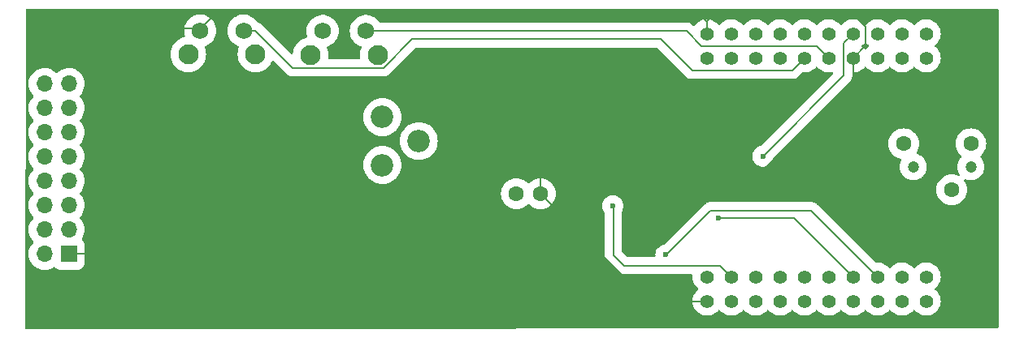
<source format=gbr>
%TF.GenerationSoftware,KiCad,Pcbnew,8.0.7*%
%TF.CreationDate,2025-01-11T10:05:48+01:00*%
%TF.ProjectId,ESP32_Audio_Spectrum_SSD1322,45535033-325f-4417-9564-696f5f537065,rev?*%
%TF.SameCoordinates,Original*%
%TF.FileFunction,Copper,L2,Bot*%
%TF.FilePolarity,Positive*%
%FSLAX46Y46*%
G04 Gerber Fmt 4.6, Leading zero omitted, Abs format (unit mm)*
G04 Created by KiCad (PCBNEW 8.0.7) date 2025-01-11 10:05:48*
%MOMM*%
%LPD*%
G01*
G04 APERTURE LIST*
%TA.AperFunction,ComponentPad*%
%ADD10C,2.100000*%
%TD*%
%TA.AperFunction,ComponentPad*%
%ADD11C,1.750000*%
%TD*%
%TA.AperFunction,ComponentPad*%
%ADD12C,1.200000*%
%TD*%
%TA.AperFunction,ComponentPad*%
%ADD13C,1.600000*%
%TD*%
%TA.AperFunction,ComponentPad*%
%ADD14C,2.340000*%
%TD*%
%TA.AperFunction,ComponentPad*%
%ADD15C,1.400000*%
%TD*%
%TA.AperFunction,ComponentPad*%
%ADD16R,1.700000X1.700000*%
%TD*%
%TA.AperFunction,ComponentPad*%
%ADD17O,1.700000X1.700000*%
%TD*%
%TA.AperFunction,ViaPad*%
%ADD18C,4.000000*%
%TD*%
%TA.AperFunction,ViaPad*%
%ADD19C,0.600000*%
%TD*%
%TA.AperFunction,Conductor*%
%ADD20C,0.200000*%
%TD*%
G04 APERTURE END LIST*
D10*
%TO.P,BAR MODE,*%
%TO.N,*%
X119965000Y-86230000D03*
X126975000Y-86230000D03*
D11*
%TO.P,BAR MODE,1,1*%
%TO.N,GNDREF*%
X121215000Y-83740000D03*
%TO.P,BAR MODE,2,2*%
%TO.N,BAR_MODE*%
X125715000Y-83740000D03*
%TD*%
D12*
%TO.P,JACK1,*%
%TO.N,*%
X201495000Y-97960000D03*
X195495000Y-97960000D03*
D13*
%TO.P,JACK1,2*%
%TO.N,Net-(JACK1-Pad2)*%
X199495000Y-100360000D03*
%TO.P,JACK1,3*%
%TO.N,GNDREF*%
X201495000Y-95560000D03*
%TO.P,JACK1,4*%
%TO.N,Net-(JACK1-Pad4)*%
X194495000Y-95560000D03*
%TD*%
D14*
%TO.P,RV1,1,1*%
%TO.N,GNDREF*%
X140190000Y-92780000D03*
%TO.P,RV1,2,2*%
%TO.N,SVP*%
X143990000Y-95280000D03*
%TO.P,RV1,3,3*%
%TO.N,Net-(R4-Pad2)*%
X140190000Y-97780000D03*
%TD*%
D15*
%TO.P,U1,1,GND*%
%TO.N,GNDREF*%
X173995000Y-112000000D03*
%TO.P,U1,2,RST*%
%TO.N,unconnected-(U1-RST-Pad2)*%
X173995000Y-109460000D03*
%TO.P,U1,3,NC*%
%TO.N,unconnected-(U1-NC-Pad3)*%
X176535000Y-112000000D03*
%TO.P,U1,4,IO_36/SVP/A0*%
%TO.N,SVP*%
X176535000Y-109460000D03*
%TO.P,U1,5,IO_39/SVN*%
%TO.N,unconnected-(U1-IO_39{slash}SVN-Pad5)*%
X179075000Y-112000000D03*
%TO.P,U1,6,IO_26/D0*%
%TO.N,unconnected-(U1-IO_26{slash}D0-Pad6)*%
X179075000Y-109460000D03*
%TO.P,U1,7,IO_35*%
%TO.N,unconnected-(U1-IO_35-Pad7)*%
X181615000Y-112000000D03*
%TO.P,U1,8,IO_18/D5*%
%TO.N,SCLK*%
X181615000Y-109460000D03*
%TO.P,U1,9,IO_33*%
%TO.N,unconnected-(U1-IO_33-Pad9)*%
X184155000Y-112000000D03*
%TO.P,U1,10,IO_19/D6*%
%TO.N,RST*%
X184155000Y-109460000D03*
%TO.P,U1,11,IO_34*%
%TO.N,unconnected-(U1-IO_34-Pad11)*%
X186695000Y-112000000D03*
%TO.P,U1,12,IO_23/D7*%
%TO.N,MOSI*%
X186695000Y-109460000D03*
%TO.P,U1,13,IO_14/TMS*%
%TO.N,unconnected-(U1-IO_14{slash}TMS-Pad13)*%
X189235000Y-112000000D03*
%TO.P,U1,14,IO_05/D8*%
%TO.N,DC*%
X189235000Y-109460000D03*
%TO.P,U1,15,NC*%
%TO.N,unconnected-(U1-NC-Pad15)*%
X191775000Y-112000000D03*
%TO.P,U1,16,3V3*%
%TO.N,3.3V*%
X191775000Y-109460000D03*
%TO.P,U1,17,IO_09/SD2*%
%TO.N,unconnected-(U1-IO_09{slash}SD2-Pad17)*%
X194315000Y-112000000D03*
%TO.P,U1,18,IO_13/TCK*%
%TO.N,unconnected-(U1-IO_13{slash}TCK-Pad18)*%
X194315000Y-109460000D03*
%TO.P,U1,19,CMD*%
%TO.N,unconnected-(U1-CMD-Pad19)*%
X196855000Y-112000000D03*
%TO.P,U1,20,IO_10/SD3*%
%TO.N,unconnected-(U1-IO_10{slash}SD3-Pad20)*%
X196855000Y-109460000D03*
%TO.P,U1,21,TXD*%
%TO.N,unconnected-(U1-TXD-Pad21)*%
X173995000Y-86600000D03*
%TO.P,U1,22,GND*%
%TO.N,GNDREF*%
X173995000Y-84060000D03*
%TO.P,U1,23,RXD*%
%TO.N,unconnected-(U1-RXD-Pad23)*%
X176535000Y-86600000D03*
%TO.P,U1,24,IO_27*%
%TO.N,unconnected-(U1-IO_27-Pad24)*%
X176535000Y-84060000D03*
%TO.P,U1,25,IO_22/D1/SCL*%
%TO.N,unconnected-(U1-IO_22{slash}D1{slash}SCL-Pad25)*%
X179075000Y-86600000D03*
%TO.P,U1,26,IO_25*%
%TO.N,unconnected-(U1-IO_25-Pad26)*%
X179075000Y-84060000D03*
%TO.P,U1,27,IO_21/D2/SDA*%
%TO.N,unconnected-(U1-IO_21{slash}D2{slash}SDA-Pad27)*%
X181615000Y-86600000D03*
%TO.P,U1,28,IO_32*%
%TO.N,unconnected-(U1-IO_32-Pad28)*%
X181615000Y-84060000D03*
%TO.P,U1,29,IO_17/D3*%
%TO.N,BAR_MODE*%
X184155000Y-86600000D03*
%TO.P,U1,30,IO_12/TDI*%
%TO.N,unconnected-(U1-IO_12{slash}TDI-Pad30)*%
X184155000Y-84060000D03*
%TO.P,U1,31,IO_16/D4*%
%TO.N,PEAK_MODE*%
X186695000Y-86600000D03*
%TO.P,U1,32,IO_04*%
%TO.N,unconnected-(U1-IO_04-Pad32)*%
X186695000Y-84060000D03*
%TO.P,U1,33,GND*%
%TO.N,GNDREF*%
X189235000Y-86600000D03*
%TO.P,U1,34,IO_00*%
%TO.N,CS*%
X189235000Y-84060000D03*
%TO.P,U1,35,VCC_(USB)*%
%TO.N,VCC*%
X191775000Y-86600000D03*
%TO.P,U1,36,IO_02*%
%TO.N,unconnected-(U1-IO_02-Pad36)*%
X191775000Y-84060000D03*
%TO.P,U1,37,TD0*%
%TO.N,unconnected-(U1-TD0-Pad37)*%
X194315000Y-86600000D03*
%TO.P,U1,38,SD1*%
%TO.N,unconnected-(U1-SD1-Pad38)*%
X194315000Y-84060000D03*
%TO.P,U1,39,SD0*%
%TO.N,unconnected-(U1-SD0-Pad39)*%
X196855000Y-86600000D03*
%TO.P,U1,40,CLK*%
%TO.N,unconnected-(U1-CLK-Pad40)*%
X196855000Y-84060000D03*
%TD*%
D13*
%TO.P,C2,1*%
%TO.N,VCC*%
X154155000Y-100770000D03*
%TO.P,C2,2*%
%TO.N,GNDREF*%
X156655000Y-100770000D03*
%TD*%
D10*
%TO.P,PEAK MODE,*%
%TO.N,*%
X132720000Y-86270000D03*
X139730000Y-86270000D03*
D11*
%TO.P,PEAK MODE,1,1*%
%TO.N,GNDREF*%
X133970000Y-83780000D03*
%TO.P,PEAK MODE,2,2*%
%TO.N,PEAK_MODE*%
X138470000Y-83780000D03*
%TD*%
D16*
%TO.P,J1,1,Pin_1*%
%TO.N,GNDREF*%
X107535000Y-107080000D03*
D17*
%TO.P,J1,2,Pin_2*%
%TO.N,3.3V*%
X104995000Y-107080000D03*
%TO.P,J1,3,Pin_3*%
%TO.N,unconnected-(J1-Pin_3-Pad3)*%
X107535000Y-104540000D03*
%TO.P,J1,4,Pin_4*%
%TO.N,SCLK*%
X104995000Y-104540000D03*
%TO.P,J1,5,Pin_5*%
%TO.N,MOSI*%
X107535000Y-102000000D03*
%TO.P,J1,6,Pin_6*%
%TO.N,unconnected-(J1-Pin_6-Pad6)*%
X104995000Y-102000000D03*
%TO.P,J1,7,Pin_7*%
%TO.N,unconnected-(J1-Pin_7-Pad7)*%
X107535000Y-99460000D03*
%TO.P,J1,8,Pin_8*%
%TO.N,unconnected-(J1-Pin_8-Pad8)*%
X104995000Y-99460000D03*
%TO.P,J1,9,Pin_9*%
%TO.N,unconnected-(J1-Pin_9-Pad9)*%
X107535000Y-96920000D03*
%TO.P,J1,10,Pin_10*%
%TO.N,unconnected-(J1-Pin_10-Pad10)*%
X104995000Y-96920000D03*
%TO.P,J1,11,Pin_11*%
%TO.N,unconnected-(J1-Pin_11-Pad11)*%
X107535000Y-94380000D03*
%TO.P,J1,12,Pin_12*%
%TO.N,unconnected-(J1-Pin_12-Pad12)*%
X104995000Y-94380000D03*
%TO.P,J1,13,Pin_13*%
%TO.N,unconnected-(J1-Pin_13-Pad13)*%
X107535000Y-91840000D03*
%TO.P,J1,14,Pin_14*%
%TO.N,DC*%
X104995000Y-91840000D03*
%TO.P,J1,15,Pin_15*%
%TO.N,RST*%
X107535000Y-89300000D03*
%TO.P,J1,16,Pin_16*%
%TO.N,CS*%
X104995000Y-89300000D03*
%TD*%
D18*
%TO.N,GNDREF*%
X201610000Y-84420000D03*
X105880000Y-84090000D03*
X201600000Y-112010000D03*
X105820000Y-112190000D03*
D19*
X157025000Y-87635000D03*
%TO.N,3.3V*%
X169735000Y-107160000D03*
%TO.N,CS*%
X179825000Y-96860000D03*
%TO.N,DC*%
X175215000Y-103340000D03*
%TO.N,SVP*%
X164205000Y-102050000D03*
%TD*%
D20*
%TO.N,GNDREF*%
X165880000Y-87635000D02*
X157025000Y-87635000D01*
X189235000Y-86600000D02*
X189235000Y-88910000D01*
X189385000Y-82210000D02*
X174515000Y-82210000D01*
X173995000Y-82730000D02*
X173995000Y-82860000D01*
X111665000Y-107080000D02*
X113055000Y-105690000D01*
X179745000Y-98400000D02*
X176645000Y-98400000D01*
X190545000Y-85290000D02*
X190545000Y-83370000D01*
X167885000Y-112000000D02*
X156655000Y-100770000D01*
X156655000Y-88005000D02*
X157025000Y-87635000D01*
X173995000Y-112000000D02*
X167885000Y-112000000D01*
X156655000Y-100770000D02*
X156655000Y-88005000D01*
X173995000Y-82860000D02*
X173995000Y-84060000D01*
X174515000Y-82210000D02*
X173995000Y-82730000D01*
X121245000Y-83470000D02*
X122755000Y-81960000D01*
X113055000Y-87110000D02*
X116695000Y-83470000D01*
X189235000Y-86600000D02*
X190545000Y-85290000D01*
X113055000Y-105690000D02*
X113055000Y-87110000D01*
X122755000Y-81960000D02*
X173095000Y-81960000D01*
X176645000Y-98400000D02*
X165880000Y-87635000D01*
X189235000Y-88910000D02*
X179745000Y-98400000D01*
X107535000Y-107080000D02*
X111665000Y-107080000D01*
X190545000Y-83370000D02*
X189385000Y-82210000D01*
X116695000Y-83470000D02*
X121245000Y-83470000D01*
X173095000Y-81960000D02*
X173995000Y-82860000D01*
%TO.N,3.3V*%
X184855000Y-102540000D02*
X191775000Y-109460000D01*
X169775000Y-107160000D02*
X174395000Y-102540000D01*
X174395000Y-102540000D02*
X184855000Y-102540000D01*
X169735000Y-107160000D02*
X169775000Y-107160000D01*
%TO.N,CS*%
X179825000Y-96860000D02*
X188235000Y-88450000D01*
X188235000Y-85060000D02*
X189235000Y-84060000D01*
X188235000Y-88450000D02*
X188235000Y-85060000D01*
%TO.N,DC*%
X175215000Y-103340000D02*
X183115000Y-103340000D01*
X183115000Y-103340000D02*
X189235000Y-109460000D01*
%TO.N,SVP*%
X165365000Y-108300000D02*
X164255000Y-107190000D01*
X164255000Y-102100000D02*
X164205000Y-102050000D01*
X176535000Y-109460000D02*
X175375000Y-108300000D01*
X164255000Y-107190000D02*
X164255000Y-102100000D01*
X175375000Y-108300000D02*
X165365000Y-108300000D01*
%TO.N,BAR_MODE*%
X172450000Y-87890000D02*
X169210000Y-84650000D01*
X184155000Y-86600000D02*
X182865000Y-87890000D01*
X169210000Y-84650000D02*
X143259189Y-84650000D01*
X130832436Y-87620000D02*
X126952436Y-83740000D01*
X140289189Y-87620000D02*
X130832436Y-87620000D01*
X126952436Y-83740000D02*
X125715000Y-83740000D01*
X143259189Y-84650000D02*
X140289189Y-87620000D01*
X182865000Y-87890000D02*
X172450000Y-87890000D01*
%TO.N,PEAK_MODE*%
X171870000Y-83780000D02*
X173420000Y-85330000D01*
X138470000Y-83780000D02*
X171870000Y-83780000D01*
X173420000Y-85330000D02*
X185425000Y-85330000D01*
X138770000Y-84170000D02*
X138470000Y-83870000D01*
X185425000Y-85330000D02*
X186695000Y-86600000D01*
%TD*%
%TA.AperFunction,Conductor*%
%TO.N,GNDREF*%
G36*
X190543495Y-84961099D02*
G01*
X190596228Y-84994988D01*
X190755256Y-85167738D01*
X190838008Y-85232147D01*
X190878821Y-85288857D01*
X190882496Y-85358630D01*
X190847864Y-85419313D01*
X190838014Y-85427848D01*
X190823908Y-85438828D01*
X190755255Y-85492262D01*
X190755252Y-85492265D01*
X190595889Y-85665379D01*
X190536002Y-85701370D01*
X190466164Y-85699269D01*
X190413431Y-85665379D01*
X190254407Y-85492635D01*
X190254397Y-85492626D01*
X190171584Y-85428170D01*
X190130771Y-85371460D01*
X190127096Y-85301687D01*
X190161728Y-85241004D01*
X190171571Y-85232473D01*
X190254744Y-85167738D01*
X190413771Y-84994988D01*
X190473657Y-84958999D01*
X190543495Y-84961099D01*
G37*
%TD.AperFunction*%
%TA.AperFunction,Conductor*%
G36*
X204337539Y-81480185D02*
G01*
X204383294Y-81532989D01*
X204394500Y-81584500D01*
X204394500Y-111286000D01*
X204385332Y-114696442D01*
X204365467Y-114763429D01*
X204312540Y-114809041D01*
X204261442Y-114820109D01*
X103119610Y-114909870D01*
X103052553Y-114890245D01*
X103006751Y-114837482D01*
X102995500Y-114785870D01*
X102995500Y-107284000D01*
X103043844Y-89300000D01*
X103339396Y-89300000D01*
X103359778Y-89558990D01*
X103420427Y-89811610D01*
X103519843Y-90051623D01*
X103519845Y-90051627D01*
X103519846Y-90051628D01*
X103655588Y-90273140D01*
X103824311Y-90470689D01*
X103830193Y-90475712D01*
X103868383Y-90534219D01*
X103868881Y-90604087D01*
X103831526Y-90663132D01*
X103830256Y-90664232D01*
X103824311Y-90669311D01*
X103824309Y-90669313D01*
X103655588Y-90866859D01*
X103519843Y-91088376D01*
X103420427Y-91328389D01*
X103359778Y-91581009D01*
X103339396Y-91840000D01*
X103359778Y-92098990D01*
X103420427Y-92351610D01*
X103519843Y-92591623D01*
X103519845Y-92591627D01*
X103519846Y-92591628D01*
X103655588Y-92813140D01*
X103824311Y-93010689D01*
X103830193Y-93015712D01*
X103868383Y-93074219D01*
X103868881Y-93144087D01*
X103831526Y-93203132D01*
X103830256Y-93204232D01*
X103824311Y-93209311D01*
X103824309Y-93209313D01*
X103655588Y-93406859D01*
X103519843Y-93628376D01*
X103420427Y-93868389D01*
X103359778Y-94121009D01*
X103339396Y-94380000D01*
X103359778Y-94638990D01*
X103420427Y-94891610D01*
X103519843Y-95131623D01*
X103519845Y-95131627D01*
X103519846Y-95131628D01*
X103655588Y-95353140D01*
X103824311Y-95550689D01*
X103830193Y-95555712D01*
X103868383Y-95614219D01*
X103868881Y-95684087D01*
X103831526Y-95743132D01*
X103830256Y-95744232D01*
X103824311Y-95749311D01*
X103824309Y-95749313D01*
X103655588Y-95946859D01*
X103519843Y-96168376D01*
X103420427Y-96408389D01*
X103359778Y-96661009D01*
X103339396Y-96920000D01*
X103359778Y-97178990D01*
X103420427Y-97431610D01*
X103519843Y-97671623D01*
X103519845Y-97671627D01*
X103519846Y-97671628D01*
X103655588Y-97893140D01*
X103824311Y-98090689D01*
X103830193Y-98095712D01*
X103868383Y-98154219D01*
X103868881Y-98224087D01*
X103831526Y-98283132D01*
X103830256Y-98284232D01*
X103825900Y-98287954D01*
X103824309Y-98289313D01*
X103655588Y-98486859D01*
X103519843Y-98708376D01*
X103420427Y-98948389D01*
X103359778Y-99201009D01*
X103339396Y-99460000D01*
X103359778Y-99718990D01*
X103420427Y-99971610D01*
X103519843Y-100211623D01*
X103519845Y-100211627D01*
X103519846Y-100211628D01*
X103655588Y-100433140D01*
X103824311Y-100630689D01*
X103830193Y-100635712D01*
X103868383Y-100694219D01*
X103868881Y-100764087D01*
X103831526Y-100823132D01*
X103830256Y-100824232D01*
X103824311Y-100829311D01*
X103824309Y-100829313D01*
X103655588Y-101026859D01*
X103519843Y-101248376D01*
X103420427Y-101488389D01*
X103359778Y-101741009D01*
X103339396Y-102000000D01*
X103359778Y-102258990D01*
X103420427Y-102511610D01*
X103519843Y-102751623D01*
X103519845Y-102751627D01*
X103519846Y-102751628D01*
X103655588Y-102973140D01*
X103824311Y-103170689D01*
X103830193Y-103175712D01*
X103868383Y-103234219D01*
X103868881Y-103304087D01*
X103831526Y-103363132D01*
X103830256Y-103364232D01*
X103824311Y-103369311D01*
X103824309Y-103369313D01*
X103655588Y-103566859D01*
X103519843Y-103788376D01*
X103420427Y-104028389D01*
X103359778Y-104281009D01*
X103339396Y-104540000D01*
X103359778Y-104798990D01*
X103420427Y-105051610D01*
X103519843Y-105291623D01*
X103519845Y-105291627D01*
X103519846Y-105291628D01*
X103655588Y-105513140D01*
X103824311Y-105710689D01*
X103830193Y-105715712D01*
X103868383Y-105774219D01*
X103868881Y-105844087D01*
X103831526Y-105903132D01*
X103830256Y-105904232D01*
X103824311Y-105909311D01*
X103824309Y-105909313D01*
X103655588Y-106106859D01*
X103519843Y-106328376D01*
X103420427Y-106568389D01*
X103359778Y-106821009D01*
X103339396Y-107080000D01*
X103359778Y-107338990D01*
X103420427Y-107591610D01*
X103519843Y-107831623D01*
X103519845Y-107831627D01*
X103519846Y-107831628D01*
X103655588Y-108053140D01*
X103824311Y-108250689D01*
X104021860Y-108419412D01*
X104243372Y-108555154D01*
X104243374Y-108555154D01*
X104243376Y-108555156D01*
X104304693Y-108580554D01*
X104483390Y-108654573D01*
X104736006Y-108715221D01*
X104995000Y-108735604D01*
X105253994Y-108715221D01*
X105506610Y-108654573D01*
X105746628Y-108555154D01*
X105931234Y-108442027D01*
X105998679Y-108423784D01*
X106065282Y-108444901D01*
X106083704Y-108460075D01*
X106183051Y-108559422D01*
X106335698Y-108655336D01*
X106505858Y-108714877D01*
X106640069Y-108729999D01*
X106640070Y-108730000D01*
X108429930Y-108730000D01*
X108429930Y-108729999D01*
X108564141Y-108714877D01*
X108734301Y-108655336D01*
X108886948Y-108559422D01*
X109014422Y-108431948D01*
X109110336Y-108279301D01*
X109169877Y-108109141D01*
X109184999Y-107974930D01*
X109185000Y-107974930D01*
X109185000Y-106185070D01*
X109184999Y-106185069D01*
X109169877Y-106050858D01*
X109110336Y-105880698D01*
X109014422Y-105728051D01*
X108915075Y-105628704D01*
X108881590Y-105567381D01*
X108886574Y-105497689D01*
X108897025Y-105476237D01*
X109010154Y-105291628D01*
X109109573Y-105051610D01*
X109170221Y-104798994D01*
X109190604Y-104540000D01*
X109170221Y-104281006D01*
X109109573Y-104028390D01*
X109010154Y-103788372D01*
X108874412Y-103566860D01*
X108705689Y-103369311D01*
X108699809Y-103364289D01*
X108661617Y-103305787D01*
X108661116Y-103235919D01*
X108698468Y-103176872D01*
X108699702Y-103175802D01*
X108705689Y-103170689D01*
X108874412Y-102973140D01*
X109010154Y-102751628D01*
X109109573Y-102511610D01*
X109170221Y-102258994D01*
X109190604Y-102000000D01*
X109170221Y-101741006D01*
X109109573Y-101488390D01*
X109033055Y-101303659D01*
X109010156Y-101248376D01*
X108960913Y-101168019D01*
X108874412Y-101026860D01*
X108705689Y-100829311D01*
X108699809Y-100824289D01*
X108664367Y-100770000D01*
X152549551Y-100770000D01*
X152569317Y-101021151D01*
X152628126Y-101266110D01*
X152724533Y-101498859D01*
X152856160Y-101713653D01*
X152856161Y-101713656D01*
X152880358Y-101741987D01*
X153019776Y-101905224D01*
X153168066Y-102031875D01*
X153211343Y-102068838D01*
X153211346Y-102068839D01*
X153426140Y-102200466D01*
X153657737Y-102296396D01*
X153658889Y-102296873D01*
X153903852Y-102355683D01*
X154155000Y-102375449D01*
X154406148Y-102355683D01*
X154651111Y-102296873D01*
X154883859Y-102200466D01*
X155098659Y-102068836D01*
X155290224Y-101905224D01*
X155311039Y-101880852D01*
X155369544Y-101842661D01*
X155439412Y-101842161D01*
X155498458Y-101879515D01*
X155499618Y-101880853D01*
X155520130Y-101904869D01*
X155711632Y-102068428D01*
X155711637Y-102068431D01*
X155926368Y-102200019D01*
X156159043Y-102296396D01*
X156403927Y-102355187D01*
X156655000Y-102374947D01*
X156906072Y-102355187D01*
X157150956Y-102296396D01*
X157383631Y-102200019D01*
X157598362Y-102068431D01*
X157598367Y-102068428D01*
X157619944Y-102049999D01*
X163099785Y-102049999D01*
X163099785Y-102050000D01*
X163118602Y-102253082D01*
X163174417Y-102449247D01*
X163174422Y-102449260D01*
X163205469Y-102511610D01*
X163265327Y-102631821D01*
X163329454Y-102716739D01*
X163354146Y-102782099D01*
X163354500Y-102791465D01*
X163354500Y-107278696D01*
X163389103Y-107452658D01*
X163389105Y-107452666D01*
X163419275Y-107525502D01*
X163456984Y-107616542D01*
X163456985Y-107616543D01*
X163456987Y-107616547D01*
X163506484Y-107690623D01*
X163506484Y-107690624D01*
X163555537Y-107764038D01*
X164790961Y-108999462D01*
X164790964Y-108999464D01*
X164841833Y-109033453D01*
X164938453Y-109098013D01*
X165020393Y-109131953D01*
X165102334Y-109165895D01*
X165276303Y-109200499D01*
X165276307Y-109200500D01*
X165276308Y-109200500D01*
X165276309Y-109200500D01*
X172376160Y-109200500D01*
X172443199Y-109220185D01*
X172488954Y-109272989D01*
X172499736Y-109334740D01*
X172489357Y-109459994D01*
X172489357Y-109460005D01*
X172509890Y-109707812D01*
X172509892Y-109707824D01*
X172570936Y-109948881D01*
X172670826Y-110176606D01*
X172806833Y-110384782D01*
X172806836Y-110384785D01*
X172975256Y-110567738D01*
X172975259Y-110567740D01*
X172975262Y-110567743D01*
X173058415Y-110632464D01*
X173099228Y-110689174D01*
X173102903Y-110758947D01*
X173068271Y-110819630D01*
X173058416Y-110828170D01*
X172975597Y-110892630D01*
X172975592Y-110892635D01*
X172807232Y-111075521D01*
X172671267Y-111283632D01*
X172571412Y-111511282D01*
X172510387Y-111752261D01*
X172510385Y-111752270D01*
X172489859Y-111999994D01*
X172489859Y-112000005D01*
X172510385Y-112247729D01*
X172510387Y-112247738D01*
X172571412Y-112488717D01*
X172671267Y-112716367D01*
X172807232Y-112924478D01*
X172975592Y-113107364D01*
X172975602Y-113107373D01*
X173171762Y-113260051D01*
X173171771Y-113260057D01*
X173390385Y-113378364D01*
X173390396Y-113378369D01*
X173625506Y-113459083D01*
X173870707Y-113500000D01*
X174119293Y-113500000D01*
X174364493Y-113459083D01*
X174599603Y-113378369D01*
X174599614Y-113378364D01*
X174818228Y-113260057D01*
X174818237Y-113260051D01*
X175014397Y-113107373D01*
X175014401Y-113107370D01*
X175173430Y-112934620D01*
X175233318Y-112898629D01*
X175303156Y-112900730D01*
X175355889Y-112934619D01*
X175515256Y-113107738D01*
X175711491Y-113260474D01*
X175711493Y-113260475D01*
X175929332Y-113378364D01*
X175930190Y-113378828D01*
X176149141Y-113453994D01*
X176163964Y-113459083D01*
X176165386Y-113459571D01*
X176410665Y-113500500D01*
X176659335Y-113500500D01*
X176904614Y-113459571D01*
X177139810Y-113378828D01*
X177358509Y-113260474D01*
X177554744Y-113107738D01*
X177713771Y-112934988D01*
X177773657Y-112898999D01*
X177843495Y-112901099D01*
X177896228Y-112934988D01*
X178055256Y-113107738D01*
X178251491Y-113260474D01*
X178251493Y-113260475D01*
X178469332Y-113378364D01*
X178470190Y-113378828D01*
X178689141Y-113453994D01*
X178703964Y-113459083D01*
X178705386Y-113459571D01*
X178950665Y-113500500D01*
X179199335Y-113500500D01*
X179444614Y-113459571D01*
X179679810Y-113378828D01*
X179898509Y-113260474D01*
X180094744Y-113107738D01*
X180253771Y-112934988D01*
X180313657Y-112898999D01*
X180383495Y-112901099D01*
X180436228Y-112934988D01*
X180595256Y-113107738D01*
X180791491Y-113260474D01*
X180791493Y-113260475D01*
X181009332Y-113378364D01*
X181010190Y-113378828D01*
X181229141Y-113453994D01*
X181243964Y-113459083D01*
X181245386Y-113459571D01*
X181490665Y-113500500D01*
X181739335Y-113500500D01*
X181984614Y-113459571D01*
X182219810Y-113378828D01*
X182438509Y-113260474D01*
X182634744Y-113107738D01*
X182793771Y-112934988D01*
X182853657Y-112898999D01*
X182923495Y-112901099D01*
X182976228Y-112934988D01*
X183135256Y-113107738D01*
X183331491Y-113260474D01*
X183331493Y-113260475D01*
X183549332Y-113378364D01*
X183550190Y-113378828D01*
X183769141Y-113453994D01*
X183783964Y-113459083D01*
X183785386Y-113459571D01*
X184030665Y-113500500D01*
X184279335Y-113500500D01*
X184524614Y-113459571D01*
X184759810Y-113378828D01*
X184978509Y-113260474D01*
X185174744Y-113107738D01*
X185333771Y-112934988D01*
X185393657Y-112898999D01*
X185463495Y-112901099D01*
X185516228Y-112934988D01*
X185675256Y-113107738D01*
X185871491Y-113260474D01*
X185871493Y-113260475D01*
X186089332Y-113378364D01*
X186090190Y-113378828D01*
X186309141Y-113453994D01*
X186323964Y-113459083D01*
X186325386Y-113459571D01*
X186570665Y-113500500D01*
X186819335Y-113500500D01*
X187064614Y-113459571D01*
X187299810Y-113378828D01*
X187518509Y-113260474D01*
X187714744Y-113107738D01*
X187873771Y-112934988D01*
X187933657Y-112898999D01*
X188003495Y-112901099D01*
X188056228Y-112934988D01*
X188215256Y-113107738D01*
X188411491Y-113260474D01*
X188411493Y-113260475D01*
X188629332Y-113378364D01*
X188630190Y-113378828D01*
X188849141Y-113453994D01*
X188863964Y-113459083D01*
X188865386Y-113459571D01*
X189110665Y-113500500D01*
X189359335Y-113500500D01*
X189604614Y-113459571D01*
X189839810Y-113378828D01*
X190058509Y-113260474D01*
X190254744Y-113107738D01*
X190413771Y-112934988D01*
X190473657Y-112898999D01*
X190543495Y-112901099D01*
X190596228Y-112934988D01*
X190755256Y-113107738D01*
X190951491Y-113260474D01*
X190951493Y-113260475D01*
X191169332Y-113378364D01*
X191170190Y-113378828D01*
X191389141Y-113453994D01*
X191403964Y-113459083D01*
X191405386Y-113459571D01*
X191650665Y-113500500D01*
X191899335Y-113500500D01*
X192144614Y-113459571D01*
X192379810Y-113378828D01*
X192598509Y-113260474D01*
X192794744Y-113107738D01*
X192953771Y-112934988D01*
X193013657Y-112898999D01*
X193083495Y-112901099D01*
X193136228Y-112934988D01*
X193295256Y-113107738D01*
X193491491Y-113260474D01*
X193491493Y-113260475D01*
X193709332Y-113378364D01*
X193710190Y-113378828D01*
X193929141Y-113453994D01*
X193943964Y-113459083D01*
X193945386Y-113459571D01*
X194190665Y-113500500D01*
X194439335Y-113500500D01*
X194684614Y-113459571D01*
X194919810Y-113378828D01*
X195138509Y-113260474D01*
X195334744Y-113107738D01*
X195493771Y-112934988D01*
X195553657Y-112898999D01*
X195623495Y-112901099D01*
X195676228Y-112934988D01*
X195835256Y-113107738D01*
X196031491Y-113260474D01*
X196031493Y-113260475D01*
X196249332Y-113378364D01*
X196250190Y-113378828D01*
X196469141Y-113453994D01*
X196483964Y-113459083D01*
X196485386Y-113459571D01*
X196730665Y-113500500D01*
X196979335Y-113500500D01*
X197224614Y-113459571D01*
X197459810Y-113378828D01*
X197678509Y-113260474D01*
X197874744Y-113107738D01*
X198043164Y-112924785D01*
X198179173Y-112716607D01*
X198279063Y-112488881D01*
X198340108Y-112247821D01*
X198360643Y-112000000D01*
X198340108Y-111752179D01*
X198340107Y-111752175D01*
X198279063Y-111511118D01*
X198179173Y-111283393D01*
X198043166Y-111075217D01*
X197937561Y-110960500D01*
X197874744Y-110892262D01*
X197791991Y-110827852D01*
X197751179Y-110771143D01*
X197747504Y-110701370D01*
X197782136Y-110640687D01*
X197791985Y-110632151D01*
X197874744Y-110567738D01*
X198043164Y-110384785D01*
X198179173Y-110176607D01*
X198279063Y-109948881D01*
X198340108Y-109707821D01*
X198360643Y-109460000D01*
X198340771Y-109220185D01*
X198340109Y-109212187D01*
X198340107Y-109212175D01*
X198279063Y-108971118D01*
X198179173Y-108743393D01*
X198043166Y-108535217D01*
X198021557Y-108511744D01*
X197874744Y-108352262D01*
X197678509Y-108199526D01*
X197678507Y-108199525D01*
X197678506Y-108199524D01*
X197459811Y-108081172D01*
X197459802Y-108081169D01*
X197224616Y-108000429D01*
X196979335Y-107959500D01*
X196730665Y-107959500D01*
X196485383Y-108000429D01*
X196250197Y-108081169D01*
X196250188Y-108081172D01*
X196031493Y-108199524D01*
X195835257Y-108352261D01*
X195676230Y-108525010D01*
X195616342Y-108561001D01*
X195546504Y-108558900D01*
X195493770Y-108525010D01*
X195408100Y-108431948D01*
X195334744Y-108352262D01*
X195138509Y-108199526D01*
X195138507Y-108199525D01*
X195138506Y-108199524D01*
X194919811Y-108081172D01*
X194919802Y-108081169D01*
X194684616Y-108000429D01*
X194439335Y-107959500D01*
X194190665Y-107959500D01*
X193945383Y-108000429D01*
X193710197Y-108081169D01*
X193710188Y-108081172D01*
X193491493Y-108199524D01*
X193295257Y-108352261D01*
X193136230Y-108525010D01*
X193076342Y-108561001D01*
X193006504Y-108558900D01*
X192953770Y-108525010D01*
X192868100Y-108431948D01*
X192794744Y-108352262D01*
X192598509Y-108199526D01*
X192598507Y-108199525D01*
X192598506Y-108199524D01*
X192379811Y-108081172D01*
X192379802Y-108081169D01*
X192144616Y-108000429D01*
X191899335Y-107959500D01*
X191650665Y-107959500D01*
X191625637Y-107963676D01*
X191556272Y-107955293D01*
X191517548Y-107929048D01*
X185429039Y-101840538D01*
X185429038Y-101840537D01*
X185408997Y-101827146D01*
X185349413Y-101787334D01*
X185349411Y-101787333D01*
X185349411Y-101787332D01*
X185281544Y-101741985D01*
X185281542Y-101741984D01*
X185199607Y-101708046D01*
X185199606Y-101708046D01*
X185117666Y-101674105D01*
X185117658Y-101674103D01*
X184943696Y-101639500D01*
X184943692Y-101639500D01*
X184943691Y-101639500D01*
X174483692Y-101639500D01*
X174306309Y-101639500D01*
X174306304Y-101639500D01*
X174132339Y-101674103D01*
X174132323Y-101674108D01*
X174016453Y-101722102D01*
X174016454Y-101722103D01*
X173968450Y-101741988D01*
X173940748Y-101760499D01*
X173940747Y-101760500D01*
X173820965Y-101840535D01*
X173820961Y-101840538D01*
X169622019Y-106039479D01*
X169560696Y-106072964D01*
X169557125Y-106073686D01*
X169432544Y-106096975D01*
X169242364Y-106170651D01*
X169242357Y-106170655D01*
X169068960Y-106278017D01*
X169068958Y-106278019D01*
X168918237Y-106415418D01*
X168795327Y-106578178D01*
X168704422Y-106760739D01*
X168704417Y-106760752D01*
X168648602Y-106956917D01*
X168629785Y-107159999D01*
X168629785Y-107160001D01*
X168639427Y-107264059D01*
X168626012Y-107332629D01*
X168577655Y-107383061D01*
X168515956Y-107399500D01*
X165789362Y-107399500D01*
X165722323Y-107379815D01*
X165701681Y-107363181D01*
X165191819Y-106853319D01*
X165158334Y-106791996D01*
X165155500Y-106765638D01*
X165155500Y-102639240D01*
X165168499Y-102583970D01*
X165235582Y-102449250D01*
X165291397Y-102253083D01*
X165310215Y-102050000D01*
X165291397Y-101846917D01*
X165235582Y-101650750D01*
X165229980Y-101639500D01*
X165191272Y-101561764D01*
X165144673Y-101468179D01*
X165021764Y-101305421D01*
X165021762Y-101305418D01*
X164871041Y-101168019D01*
X164871039Y-101168017D01*
X164697642Y-101060655D01*
X164697635Y-101060651D01*
X164595665Y-101021148D01*
X164507456Y-100986976D01*
X164306976Y-100949500D01*
X164103024Y-100949500D01*
X163902544Y-100986976D01*
X163902541Y-100986976D01*
X163902541Y-100986977D01*
X163712364Y-101060651D01*
X163712357Y-101060655D01*
X163538960Y-101168017D01*
X163538958Y-101168019D01*
X163388237Y-101305418D01*
X163265327Y-101468178D01*
X163174422Y-101650739D01*
X163174417Y-101650752D01*
X163118602Y-101846917D01*
X163099785Y-102049999D01*
X157619944Y-102049999D01*
X157789869Y-101904869D01*
X157953428Y-101713367D01*
X157953431Y-101713362D01*
X158085019Y-101498631D01*
X158181396Y-101265956D01*
X158240187Y-101021072D01*
X158259947Y-100770000D01*
X158240187Y-100518927D01*
X158202032Y-100360000D01*
X197889551Y-100360000D01*
X197909317Y-100611151D01*
X197968126Y-100856110D01*
X198064533Y-101088859D01*
X198196160Y-101303653D01*
X198196161Y-101303656D01*
X198251604Y-101368571D01*
X198359776Y-101495224D01*
X198508066Y-101621875D01*
X198551343Y-101658838D01*
X198551346Y-101658839D01*
X198766140Y-101790466D01*
X198890944Y-101842161D01*
X198998889Y-101886873D01*
X199243852Y-101945683D01*
X199495000Y-101965449D01*
X199746148Y-101945683D01*
X199991111Y-101886873D01*
X200223859Y-101790466D01*
X200438659Y-101658836D01*
X200630224Y-101495224D01*
X200793836Y-101303659D01*
X200925466Y-101088859D01*
X201021873Y-100856111D01*
X201080683Y-100611148D01*
X201100449Y-100360000D01*
X201080683Y-100108852D01*
X201021873Y-99863889D01*
X200961854Y-99718990D01*
X200925466Y-99631140D01*
X200807474Y-99438596D01*
X200789229Y-99371150D01*
X200810345Y-99304548D01*
X200864117Y-99259934D01*
X200933473Y-99251474D01*
X200952579Y-99256936D01*
X200952758Y-99256388D01*
X200957389Y-99257892D01*
X200957394Y-99257895D01*
X201050385Y-99288108D01*
X201052089Y-99288678D01*
X201150013Y-99322296D01*
X201150019Y-99322298D01*
X201152387Y-99322693D01*
X201162258Y-99325105D01*
X201162313Y-99324877D01*
X201167034Y-99326010D01*
X201167049Y-99326015D01*
X201269798Y-99342288D01*
X201270607Y-99342420D01*
X201378951Y-99360500D01*
X201378956Y-99360500D01*
X201611044Y-99360500D01*
X201611049Y-99360500D01*
X201719678Y-99342372D01*
X201719970Y-99342324D01*
X201822951Y-99326015D01*
X201822956Y-99326013D01*
X201827689Y-99324877D01*
X201827744Y-99325109D01*
X201837621Y-99322691D01*
X201839981Y-99322298D01*
X201937838Y-99288702D01*
X201939683Y-99288085D01*
X202032606Y-99257895D01*
X202035199Y-99256573D01*
X202051249Y-99249769D01*
X202059503Y-99246936D01*
X202144988Y-99200673D01*
X202147634Y-99199284D01*
X202229022Y-99157815D01*
X202236495Y-99152385D01*
X202250379Y-99143637D01*
X202263626Y-99136470D01*
X202335329Y-99080660D01*
X202338559Y-99078231D01*
X202407365Y-99028242D01*
X202407371Y-99028236D01*
X202418375Y-99017232D01*
X202429899Y-99007055D01*
X202446779Y-98993917D01*
X202446779Y-98993916D01*
X202446784Y-98993913D01*
X202504065Y-98931687D01*
X202507543Y-98928062D01*
X202563242Y-98872365D01*
X202576117Y-98854641D01*
X202585199Y-98843552D01*
X202603979Y-98823153D01*
X202646773Y-98757649D01*
X202650252Y-98752605D01*
X202692813Y-98694025D01*
X202692813Y-98694024D01*
X202692815Y-98694022D01*
X202705629Y-98668872D01*
X202712305Y-98657346D01*
X202730924Y-98628849D01*
X202759818Y-98562974D01*
X202762869Y-98556533D01*
X202792895Y-98497606D01*
X202803574Y-98464737D01*
X202807943Y-98453263D01*
X202824157Y-98416299D01*
X202840265Y-98352690D01*
X202842540Y-98344810D01*
X202845219Y-98336565D01*
X202861015Y-98287951D01*
X202867407Y-98247584D01*
X202869666Y-98236586D01*
X202881134Y-98191305D01*
X202886034Y-98132165D01*
X202887133Y-98123045D01*
X202895500Y-98070222D01*
X202895500Y-98023051D01*
X202895924Y-98012810D01*
X202900300Y-97960004D01*
X202895923Y-97907175D01*
X202895500Y-97896936D01*
X202895500Y-97849780D01*
X202895500Y-97849778D01*
X202887133Y-97796950D01*
X202886034Y-97787832D01*
X202881134Y-97728695D01*
X202869668Y-97683421D01*
X202867407Y-97672414D01*
X202861015Y-97632049D01*
X202842536Y-97575177D01*
X202840266Y-97567314D01*
X202824157Y-97503701D01*
X202824156Y-97503697D01*
X202807944Y-97466737D01*
X202803569Y-97455246D01*
X202795889Y-97431610D01*
X202792895Y-97422394D01*
X202762871Y-97363470D01*
X202759814Y-97357014D01*
X202759811Y-97357008D01*
X202730924Y-97291151D01*
X202712299Y-97262643D01*
X202705626Y-97251122D01*
X202697628Y-97235425D01*
X202692815Y-97225978D01*
X202650238Y-97167376D01*
X202646766Y-97162338D01*
X202603978Y-97096845D01*
X202585206Y-97076454D01*
X202576119Y-97065359D01*
X202563242Y-97047635D01*
X202507590Y-96991983D01*
X202504044Y-96988288D01*
X202495379Y-96978876D01*
X202464455Y-96916223D01*
X202472312Y-96846796D01*
X202506075Y-96800599D01*
X202629870Y-96694869D01*
X202793428Y-96503367D01*
X202793431Y-96503362D01*
X202925019Y-96288631D01*
X203021396Y-96055956D01*
X203080187Y-95811072D01*
X203099947Y-95560000D01*
X203080187Y-95308927D01*
X203021396Y-95064043D01*
X202925019Y-94831368D01*
X202793431Y-94616637D01*
X202793428Y-94616632D01*
X202629869Y-94425130D01*
X202438367Y-94261571D01*
X202438362Y-94261568D01*
X202223631Y-94129980D01*
X201990956Y-94033603D01*
X201746072Y-93974812D01*
X201495000Y-93955052D01*
X201243927Y-93974812D01*
X200999043Y-94033603D01*
X200766368Y-94129980D01*
X200551637Y-94261568D01*
X200551632Y-94261571D01*
X200360130Y-94425130D01*
X200196571Y-94616632D01*
X200196568Y-94616637D01*
X200064980Y-94831368D01*
X199968603Y-95064043D01*
X199909812Y-95308927D01*
X199890052Y-95560000D01*
X199909812Y-95811072D01*
X199968603Y-96055956D01*
X200064980Y-96288631D01*
X200196568Y-96503362D01*
X200196571Y-96503367D01*
X200360132Y-96694872D01*
X200483924Y-96800600D01*
X200522118Y-96859106D01*
X200522617Y-96928974D01*
X200494620Y-96978876D01*
X200485967Y-96988275D01*
X200482423Y-96991969D01*
X200426759Y-97047634D01*
X200413880Y-97065359D01*
X200404801Y-97076444D01*
X200386025Y-97096841D01*
X200386018Y-97096850D01*
X200343230Y-97162341D01*
X200339743Y-97167400D01*
X200297186Y-97225976D01*
X200297184Y-97225980D01*
X200284369Y-97251128D01*
X200277699Y-97262643D01*
X200259081Y-97291141D01*
X200259073Y-97291156D01*
X200230186Y-97357009D01*
X200227117Y-97363489D01*
X200197108Y-97422384D01*
X200197103Y-97422397D01*
X200186429Y-97455248D01*
X200182056Y-97466734D01*
X200165845Y-97503691D01*
X200165844Y-97503694D01*
X200149735Y-97567305D01*
X200147462Y-97575177D01*
X200128986Y-97632042D01*
X200128985Y-97632049D01*
X200122594Y-97672394D01*
X200120327Y-97683429D01*
X200108867Y-97728687D01*
X200108865Y-97728699D01*
X200103967Y-97787798D01*
X200102865Y-97796950D01*
X200094500Y-97849775D01*
X200094500Y-97896936D01*
X200094077Y-97907174D01*
X200089700Y-97960004D01*
X200094076Y-98012810D01*
X200094500Y-98023051D01*
X200094500Y-98070223D01*
X200102865Y-98123047D01*
X200103967Y-98132200D01*
X200108865Y-98191303D01*
X200120328Y-98236569D01*
X200122595Y-98247609D01*
X200128985Y-98287953D01*
X200147460Y-98344813D01*
X200149734Y-98352689D01*
X200165843Y-98416300D01*
X200182057Y-98453268D01*
X200186429Y-98464752D01*
X200197103Y-98497602D01*
X200197104Y-98497605D01*
X200227116Y-98556507D01*
X200230186Y-98562990D01*
X200259073Y-98628845D01*
X200277697Y-98657351D01*
X200284370Y-98668872D01*
X200297185Y-98694022D01*
X200315091Y-98718668D01*
X200338571Y-98784473D01*
X200322746Y-98852527D01*
X200272641Y-98901222D01*
X200204163Y-98915098D01*
X200167321Y-98906114D01*
X199991113Y-98833127D01*
X199746151Y-98774317D01*
X199495000Y-98754551D01*
X199243848Y-98774317D01*
X198998889Y-98833126D01*
X198766140Y-98929533D01*
X198551346Y-99061160D01*
X198551343Y-99061161D01*
X198359776Y-99224776D01*
X198196161Y-99416343D01*
X198196160Y-99416346D01*
X198064533Y-99631140D01*
X197968126Y-99863889D01*
X197909317Y-100108848D01*
X197889551Y-100360000D01*
X158202032Y-100360000D01*
X158181396Y-100274043D01*
X158085019Y-100041368D01*
X157953431Y-99826637D01*
X157953428Y-99826632D01*
X157789869Y-99635130D01*
X157598367Y-99471571D01*
X157598362Y-99471568D01*
X157383631Y-99339980D01*
X157150956Y-99243603D01*
X156906072Y-99184812D01*
X156655000Y-99165052D01*
X156403927Y-99184812D01*
X156159043Y-99243603D01*
X155926368Y-99339980D01*
X155711637Y-99471568D01*
X155711632Y-99471571D01*
X155520130Y-99635130D01*
X155520128Y-99635132D01*
X155499616Y-99659148D01*
X155441108Y-99697339D01*
X155371240Y-99697837D01*
X155312194Y-99660482D01*
X155311114Y-99659236D01*
X155290224Y-99634776D01*
X155099136Y-99471571D01*
X155098656Y-99471161D01*
X155098653Y-99471160D01*
X154883859Y-99339533D01*
X154651110Y-99243126D01*
X154406151Y-99184317D01*
X154155000Y-99164551D01*
X153903848Y-99184317D01*
X153658889Y-99243126D01*
X153426140Y-99339533D01*
X153211346Y-99471160D01*
X153211343Y-99471161D01*
X153019776Y-99634776D01*
X152856161Y-99826343D01*
X152856160Y-99826346D01*
X152724533Y-100041140D01*
X152628126Y-100273889D01*
X152569317Y-100518848D01*
X152549551Y-100770000D01*
X108664367Y-100770000D01*
X108661617Y-100765787D01*
X108661116Y-100695919D01*
X108698468Y-100636872D01*
X108699702Y-100635802D01*
X108705689Y-100630689D01*
X108874412Y-100433140D01*
X109010154Y-100211628D01*
X109109573Y-99971610D01*
X109170221Y-99718994D01*
X109190604Y-99460000D01*
X109170221Y-99201006D01*
X109109573Y-98948390D01*
X109037469Y-98774317D01*
X109010156Y-98708376D01*
X109001361Y-98694024D01*
X108874412Y-98486860D01*
X108705689Y-98289311D01*
X108699809Y-98284289D01*
X108661617Y-98225787D01*
X108661116Y-98155919D01*
X108698468Y-98096872D01*
X108699702Y-98095802D01*
X108705689Y-98090689D01*
X108874412Y-97893140D01*
X108943745Y-97779998D01*
X138214467Y-97779998D01*
X138214467Y-97780001D01*
X138234575Y-98061153D01*
X138284209Y-98289313D01*
X138294490Y-98336572D01*
X138350544Y-98486859D01*
X138392992Y-98600667D01*
X138392994Y-98600671D01*
X138528072Y-98848048D01*
X138528077Y-98848056D01*
X138696985Y-99073691D01*
X138697001Y-99073709D01*
X138896290Y-99272998D01*
X138896308Y-99273014D01*
X139121943Y-99441922D01*
X139121951Y-99441927D01*
X139369328Y-99577005D01*
X139369332Y-99577007D01*
X139369334Y-99577008D01*
X139633428Y-99675510D01*
X139771140Y-99705467D01*
X139908846Y-99735424D01*
X139908848Y-99735424D01*
X139908852Y-99735425D01*
X140158696Y-99753294D01*
X140189999Y-99755533D01*
X140190000Y-99755533D01*
X140190001Y-99755533D01*
X140218167Y-99753518D01*
X140471148Y-99735425D01*
X140746572Y-99675510D01*
X141010666Y-99577008D01*
X141258054Y-99441924D01*
X141483699Y-99273008D01*
X141683008Y-99073699D01*
X141851924Y-98848054D01*
X141987008Y-98600666D01*
X142085510Y-98336572D01*
X142145425Y-98061148D01*
X142165533Y-97780000D01*
X142145425Y-97498852D01*
X142130797Y-97431610D01*
X142101868Y-97298625D01*
X142085510Y-97223428D01*
X141987008Y-96959334D01*
X141977501Y-96941924D01*
X141851927Y-96711951D01*
X141851922Y-96711943D01*
X141683014Y-96486308D01*
X141682998Y-96486290D01*
X141483709Y-96287001D01*
X141483691Y-96286985D01*
X141258056Y-96118077D01*
X141258048Y-96118072D01*
X141010671Y-95982994D01*
X141010667Y-95982992D01*
X140910544Y-95945648D01*
X140746572Y-95884490D01*
X140746568Y-95884489D01*
X140746565Y-95884488D01*
X140471153Y-95824575D01*
X140190001Y-95804467D01*
X140189999Y-95804467D01*
X139908846Y-95824575D01*
X139633434Y-95884488D01*
X139633429Y-95884489D01*
X139633428Y-95884490D01*
X139569576Y-95908305D01*
X139369332Y-95982992D01*
X139369328Y-95982994D01*
X139121951Y-96118072D01*
X139121943Y-96118077D01*
X138896308Y-96286985D01*
X138896290Y-96287001D01*
X138697001Y-96486290D01*
X138696985Y-96486308D01*
X138528077Y-96711943D01*
X138528072Y-96711951D01*
X138392994Y-96959328D01*
X138392992Y-96959332D01*
X138341703Y-97096845D01*
X138312363Y-97175510D01*
X138294488Y-97223434D01*
X138234575Y-97498846D01*
X138214467Y-97779998D01*
X108943745Y-97779998D01*
X109010154Y-97671628D01*
X109109573Y-97431610D01*
X109170221Y-97178994D01*
X109190604Y-96920000D01*
X109170221Y-96661006D01*
X109109573Y-96408390D01*
X109010154Y-96168372D01*
X108874412Y-95946860D01*
X108705689Y-95749311D01*
X108699809Y-95744289D01*
X108661617Y-95685787D01*
X108661116Y-95615919D01*
X108698468Y-95556872D01*
X108699702Y-95555802D01*
X108705689Y-95550689D01*
X108874412Y-95353140D01*
X108919233Y-95279998D01*
X142014467Y-95279998D01*
X142014467Y-95280001D01*
X142034575Y-95561153D01*
X142091880Y-95824575D01*
X142094490Y-95836572D01*
X142147246Y-95978017D01*
X142192992Y-96100667D01*
X142192994Y-96100671D01*
X142328072Y-96348048D01*
X142328077Y-96348056D01*
X142496985Y-96573691D01*
X142497001Y-96573709D01*
X142696290Y-96772998D01*
X142696308Y-96773014D01*
X142921943Y-96941922D01*
X142921951Y-96941927D01*
X143169328Y-97077005D01*
X143169332Y-97077007D01*
X143169334Y-97077008D01*
X143433428Y-97175510D01*
X143571140Y-97205467D01*
X143708846Y-97235424D01*
X143708848Y-97235424D01*
X143708852Y-97235425D01*
X143958696Y-97253294D01*
X143989999Y-97255533D01*
X143990000Y-97255533D01*
X143990001Y-97255533D01*
X144018167Y-97253518D01*
X144271148Y-97235425D01*
X144546572Y-97175510D01*
X144810666Y-97077008D01*
X145058054Y-96941924D01*
X145283699Y-96773008D01*
X145483008Y-96573699D01*
X145651924Y-96348054D01*
X145787008Y-96100666D01*
X145885510Y-95836572D01*
X145945425Y-95561148D01*
X145965533Y-95280000D01*
X145945425Y-94998852D01*
X145885510Y-94723428D01*
X145787008Y-94459334D01*
X145777270Y-94441501D01*
X145651927Y-94211951D01*
X145651922Y-94211943D01*
X145483014Y-93986308D01*
X145482998Y-93986290D01*
X145283709Y-93787001D01*
X145283691Y-93786985D01*
X145058056Y-93618077D01*
X145058048Y-93618072D01*
X144810671Y-93482994D01*
X144810667Y-93482992D01*
X144710544Y-93445648D01*
X144546572Y-93384490D01*
X144546568Y-93384489D01*
X144546565Y-93384488D01*
X144271153Y-93324575D01*
X143990001Y-93304467D01*
X143989999Y-93304467D01*
X143708846Y-93324575D01*
X143433434Y-93384488D01*
X143433429Y-93384489D01*
X143433428Y-93384490D01*
X143373454Y-93406859D01*
X143169332Y-93482992D01*
X143169328Y-93482994D01*
X142921951Y-93618072D01*
X142921943Y-93618077D01*
X142696308Y-93786985D01*
X142696290Y-93787001D01*
X142497001Y-93986290D01*
X142496985Y-93986308D01*
X142328077Y-94211943D01*
X142328072Y-94211951D01*
X142192994Y-94459328D01*
X142192992Y-94459332D01*
X142094488Y-94723434D01*
X142034575Y-94998846D01*
X142014467Y-95279998D01*
X108919233Y-95279998D01*
X109010154Y-95131628D01*
X109109573Y-94891610D01*
X109170221Y-94638994D01*
X109190604Y-94380000D01*
X109170221Y-94121006D01*
X109109573Y-93868390D01*
X109010154Y-93628372D01*
X108874412Y-93406860D01*
X108705689Y-93209311D01*
X108699809Y-93204289D01*
X108661617Y-93145787D01*
X108661116Y-93075919D01*
X108698468Y-93016872D01*
X108699702Y-93015802D01*
X108705689Y-93010689D01*
X108874412Y-92813140D01*
X108894721Y-92779998D01*
X138214968Y-92779998D01*
X138214968Y-92780001D01*
X138235071Y-93061081D01*
X138294969Y-93336424D01*
X138393448Y-93600459D01*
X138393450Y-93600463D01*
X138528493Y-93847777D01*
X138528498Y-93847785D01*
X138697363Y-94073363D01*
X138697379Y-94073381D01*
X138896618Y-94272620D01*
X138896636Y-94272636D01*
X139122214Y-94441501D01*
X139122222Y-94441506D01*
X139369536Y-94576549D01*
X139369540Y-94576551D01*
X139633575Y-94675030D01*
X139908918Y-94734928D01*
X140189999Y-94755032D01*
X140190001Y-94755032D01*
X140471081Y-94734928D01*
X140746424Y-94675030D01*
X141010459Y-94576551D01*
X141010463Y-94576549D01*
X141257777Y-94441506D01*
X141257785Y-94441501D01*
X141483363Y-94272636D01*
X141483381Y-94272620D01*
X141682620Y-94073381D01*
X141682636Y-94073363D01*
X141851501Y-93847785D01*
X141851506Y-93847777D01*
X141986549Y-93600463D01*
X141986551Y-93600459D01*
X142085030Y-93336424D01*
X142144928Y-93061081D01*
X142165032Y-92780001D01*
X142165032Y-92779998D01*
X142144928Y-92498918D01*
X142085030Y-92223575D01*
X141986551Y-91959540D01*
X141986549Y-91959536D01*
X141851506Y-91712222D01*
X141851501Y-91712214D01*
X141682636Y-91486636D01*
X141682620Y-91486618D01*
X141483381Y-91287379D01*
X141483363Y-91287363D01*
X141257785Y-91118498D01*
X141257777Y-91118493D01*
X141010463Y-90983450D01*
X141010459Y-90983448D01*
X140746424Y-90884969D01*
X140471081Y-90825071D01*
X140190001Y-90804968D01*
X140189999Y-90804968D01*
X139908918Y-90825071D01*
X139633575Y-90884969D01*
X139369540Y-90983448D01*
X139369536Y-90983450D01*
X139122222Y-91118493D01*
X139122214Y-91118498D01*
X138896636Y-91287363D01*
X138896618Y-91287379D01*
X138697379Y-91486618D01*
X138697363Y-91486636D01*
X138528498Y-91712214D01*
X138528493Y-91712222D01*
X138393450Y-91959536D01*
X138393448Y-91959540D01*
X138294969Y-92223575D01*
X138235071Y-92498918D01*
X138214968Y-92779998D01*
X108894721Y-92779998D01*
X109010154Y-92591628D01*
X109109573Y-92351610D01*
X109170221Y-92098994D01*
X109190604Y-91840000D01*
X109170221Y-91581006D01*
X109109573Y-91328390D01*
X109010154Y-91088372D01*
X108874412Y-90866860D01*
X108705689Y-90669311D01*
X108699809Y-90664289D01*
X108661617Y-90605787D01*
X108661116Y-90535919D01*
X108698468Y-90476872D01*
X108699702Y-90475802D01*
X108705689Y-90470689D01*
X108874412Y-90273140D01*
X109010154Y-90051628D01*
X109109573Y-89811610D01*
X109170221Y-89558994D01*
X109190604Y-89300000D01*
X109170221Y-89041006D01*
X109109573Y-88788390D01*
X109010154Y-88548372D01*
X108874412Y-88326860D01*
X108705689Y-88129311D01*
X108508140Y-87960588D01*
X108286628Y-87824846D01*
X108286627Y-87824845D01*
X108286623Y-87824843D01*
X108120627Y-87756086D01*
X108046610Y-87725427D01*
X108046611Y-87725427D01*
X107908921Y-87692370D01*
X107793994Y-87664779D01*
X107793992Y-87664778D01*
X107793991Y-87664778D01*
X107535000Y-87644396D01*
X107276009Y-87664778D01*
X107023389Y-87725427D01*
X106783376Y-87824843D01*
X106561859Y-87960588D01*
X106398044Y-88100500D01*
X106364311Y-88129311D01*
X106359287Y-88135193D01*
X106300781Y-88173383D01*
X106230913Y-88173881D01*
X106171868Y-88136526D01*
X106170767Y-88135256D01*
X106165689Y-88129311D01*
X105968140Y-87960588D01*
X105746628Y-87824846D01*
X105746627Y-87824845D01*
X105746623Y-87824843D01*
X105580627Y-87756086D01*
X105506610Y-87725427D01*
X105506611Y-87725427D01*
X105368921Y-87692370D01*
X105253994Y-87664779D01*
X105253992Y-87664778D01*
X105253991Y-87664778D01*
X104995000Y-87644396D01*
X104736009Y-87664778D01*
X104483389Y-87725427D01*
X104243376Y-87824843D01*
X104021859Y-87960588D01*
X103824311Y-88129311D01*
X103655588Y-88326859D01*
X103519843Y-88548376D01*
X103420427Y-88788389D01*
X103359778Y-89041009D01*
X103339396Y-89300000D01*
X103043844Y-89300000D01*
X103052097Y-86229998D01*
X118109773Y-86229998D01*
X118109773Y-86230001D01*
X118128657Y-86494027D01*
X118128658Y-86494034D01*
X118184921Y-86752673D01*
X118277426Y-87000690D01*
X118277428Y-87000694D01*
X118404280Y-87233005D01*
X118404285Y-87233013D01*
X118562906Y-87444907D01*
X118562922Y-87444925D01*
X118750074Y-87632077D01*
X118750092Y-87632093D01*
X118961986Y-87790714D01*
X118961994Y-87790719D01*
X119194305Y-87917571D01*
X119194309Y-87917573D01*
X119194311Y-87917574D01*
X119442322Y-88010077D01*
X119442325Y-88010077D01*
X119442326Y-88010078D01*
X119637552Y-88052546D01*
X119700974Y-88066343D01*
X119944660Y-88083772D01*
X119964999Y-88085227D01*
X119965000Y-88085227D01*
X119965001Y-88085227D01*
X119983885Y-88083876D01*
X120229026Y-88066343D01*
X120487678Y-88010077D01*
X120735689Y-87917574D01*
X120968011Y-87790716D01*
X121179915Y-87632087D01*
X121367087Y-87444915D01*
X121525716Y-87233011D01*
X121652574Y-87000689D01*
X121745077Y-86752678D01*
X121801343Y-86494026D01*
X121820227Y-86230000D01*
X121801343Y-85965974D01*
X121745077Y-85707322D01*
X121664564Y-85491459D01*
X121659581Y-85421772D01*
X121693066Y-85360449D01*
X121744199Y-85329638D01*
X121828657Y-85303587D01*
X121828667Y-85303583D01*
X122054841Y-85194664D01*
X122054842Y-85194663D01*
X122262274Y-85053239D01*
X122446301Y-84882488D01*
X122602830Y-84686206D01*
X122728354Y-84468793D01*
X122820070Y-84235104D01*
X122820075Y-84235087D01*
X122875936Y-83990343D01*
X122894697Y-83740004D01*
X122894697Y-83739995D01*
X124034802Y-83739995D01*
X124034802Y-83740004D01*
X124053567Y-83990419D01*
X124069449Y-84060000D01*
X124109448Y-84235247D01*
X124148013Y-84333508D01*
X124201194Y-84469011D01*
X124201193Y-84469011D01*
X124243580Y-84542426D01*
X124326755Y-84686489D01*
X124439537Y-84827913D01*
X124483331Y-84882829D01*
X124604212Y-84994989D01*
X124667414Y-85053632D01*
X124874901Y-85195094D01*
X124874906Y-85195096D01*
X124874907Y-85195097D01*
X124874908Y-85195098D01*
X124957067Y-85234663D01*
X125101151Y-85304050D01*
X125101152Y-85304050D01*
X125101155Y-85304052D01*
X125194596Y-85332874D01*
X125252854Y-85371444D01*
X125281012Y-85435389D01*
X125274227Y-85494698D01*
X125194921Y-85707326D01*
X125138658Y-85965965D01*
X125138657Y-85965972D01*
X125119773Y-86229998D01*
X125119773Y-86230001D01*
X125138657Y-86494027D01*
X125138658Y-86494034D01*
X125194921Y-86752673D01*
X125287426Y-87000690D01*
X125287428Y-87000694D01*
X125414280Y-87233005D01*
X125414285Y-87233013D01*
X125572906Y-87444907D01*
X125572922Y-87444925D01*
X125760074Y-87632077D01*
X125760092Y-87632093D01*
X125971986Y-87790714D01*
X125971994Y-87790719D01*
X126204305Y-87917571D01*
X126204309Y-87917573D01*
X126204311Y-87917574D01*
X126452322Y-88010077D01*
X126452325Y-88010077D01*
X126452326Y-88010078D01*
X126647552Y-88052546D01*
X126710974Y-88066343D01*
X126954660Y-88083772D01*
X126974999Y-88085227D01*
X126975000Y-88085227D01*
X126975001Y-88085227D01*
X126993885Y-88083876D01*
X127239026Y-88066343D01*
X127497678Y-88010077D01*
X127745689Y-87917574D01*
X127978011Y-87790716D01*
X128189915Y-87632087D01*
X128377087Y-87444915D01*
X128535716Y-87233011D01*
X128662574Y-87000689D01*
X128670408Y-86979684D01*
X128712276Y-86923751D01*
X128777739Y-86899331D01*
X128846013Y-86914181D01*
X128874271Y-86935334D01*
X130132972Y-88194035D01*
X130214660Y-88275723D01*
X130258402Y-88319465D01*
X130331644Y-88368404D01*
X130405889Y-88418013D01*
X130453888Y-88437895D01*
X130569770Y-88485895D01*
X130743740Y-88520499D01*
X130743744Y-88520500D01*
X130743745Y-88520500D01*
X140377882Y-88520500D01*
X140377883Y-88520499D01*
X140551855Y-88485895D01*
X140633795Y-88451953D01*
X140715736Y-88418013D01*
X140715738Y-88418011D01*
X140715741Y-88418010D01*
X140804144Y-88358939D01*
X140804144Y-88358938D01*
X140804148Y-88358936D01*
X140863225Y-88319464D01*
X143595869Y-85586818D01*
X143657192Y-85553334D01*
X143683550Y-85550500D01*
X168785638Y-85550500D01*
X168852677Y-85570185D01*
X168873319Y-85586819D01*
X171875966Y-88589466D01*
X171935036Y-88628933D01*
X171935039Y-88628936D01*
X172023449Y-88688010D01*
X172023453Y-88688013D01*
X172105393Y-88721953D01*
X172187334Y-88755895D01*
X172350695Y-88788389D01*
X172361303Y-88790499D01*
X172361307Y-88790500D01*
X172361308Y-88790500D01*
X182953693Y-88790500D01*
X182953694Y-88790499D01*
X183127666Y-88755895D01*
X183209606Y-88721953D01*
X183291547Y-88688013D01*
X183291549Y-88688011D01*
X183291552Y-88688010D01*
X183379955Y-88628939D01*
X183379955Y-88628938D01*
X183379959Y-88628936D01*
X183439036Y-88589464D01*
X183897549Y-88130949D01*
X183958870Y-88097466D01*
X184005640Y-88096324D01*
X184030663Y-88100500D01*
X184030665Y-88100500D01*
X184279335Y-88100500D01*
X184524614Y-88059571D01*
X184759810Y-87978828D01*
X184978509Y-87860474D01*
X185174744Y-87707738D01*
X185333771Y-87534988D01*
X185393657Y-87498999D01*
X185463495Y-87501099D01*
X185516228Y-87534988D01*
X185675256Y-87707738D01*
X185871491Y-87860474D01*
X185871493Y-87860475D01*
X186089332Y-87978364D01*
X186090190Y-87978828D01*
X186309141Y-88053994D01*
X186323964Y-88059083D01*
X186325386Y-88059571D01*
X186570665Y-88100500D01*
X186819335Y-88100500D01*
X186910863Y-88085227D01*
X187027686Y-88065733D01*
X187097051Y-88074115D01*
X187150873Y-88118668D01*
X187172063Y-88185247D01*
X187153895Y-88252713D01*
X187135776Y-88275723D01*
X179662822Y-95748676D01*
X179601499Y-95782161D01*
X179597928Y-95782883D01*
X179522544Y-95796975D01*
X179332364Y-95870651D01*
X179332357Y-95870655D01*
X179158960Y-95978017D01*
X179158958Y-95978019D01*
X179008237Y-96115418D01*
X178885327Y-96278178D01*
X178794422Y-96460739D01*
X178794417Y-96460752D01*
X178738602Y-96656917D01*
X178719785Y-96859999D01*
X178719785Y-96860000D01*
X178738602Y-97063082D01*
X178794417Y-97259247D01*
X178794422Y-97259260D01*
X178885327Y-97441821D01*
X179008237Y-97604581D01*
X179158958Y-97741980D01*
X179158960Y-97741982D01*
X179258141Y-97803392D01*
X179332363Y-97849348D01*
X179522544Y-97923024D01*
X179723024Y-97960500D01*
X179723026Y-97960500D01*
X179926974Y-97960500D01*
X179926976Y-97960500D01*
X180127456Y-97923024D01*
X180317637Y-97849348D01*
X180491041Y-97741981D01*
X180641764Y-97604579D01*
X180764673Y-97441821D01*
X180855582Y-97259250D01*
X180907593Y-97076454D01*
X180908940Y-97071719D01*
X180940523Y-97017975D01*
X182398498Y-95560000D01*
X192889551Y-95560000D01*
X192909317Y-95811151D01*
X192968126Y-96056110D01*
X193064533Y-96288859D01*
X193196160Y-96503653D01*
X193196161Y-96503656D01*
X193243857Y-96559500D01*
X193359776Y-96695224D01*
X193508066Y-96821875D01*
X193551343Y-96858838D01*
X193551345Y-96858838D01*
X193571661Y-96871288D01*
X193766140Y-96990466D01*
X193946935Y-97065353D01*
X193998889Y-97086873D01*
X194171191Y-97128238D01*
X194231782Y-97163028D01*
X194263946Y-97225054D01*
X194257470Y-97294623D01*
X194255808Y-97298600D01*
X194243462Y-97326745D01*
X194230187Y-97357008D01*
X194227117Y-97363489D01*
X194197108Y-97422384D01*
X194197103Y-97422397D01*
X194186429Y-97455248D01*
X194182056Y-97466734D01*
X194165845Y-97503691D01*
X194165844Y-97503694D01*
X194149735Y-97567305D01*
X194147462Y-97575177D01*
X194128986Y-97632042D01*
X194128985Y-97632049D01*
X194122594Y-97672394D01*
X194120327Y-97683429D01*
X194108867Y-97728687D01*
X194108865Y-97728699D01*
X194103967Y-97787798D01*
X194102865Y-97796950D01*
X194094500Y-97849775D01*
X194094500Y-97896936D01*
X194094077Y-97907174D01*
X194089700Y-97960004D01*
X194094076Y-98012810D01*
X194094500Y-98023051D01*
X194094500Y-98070223D01*
X194102865Y-98123047D01*
X194103967Y-98132200D01*
X194108865Y-98191303D01*
X194120328Y-98236569D01*
X194122595Y-98247609D01*
X194128985Y-98287953D01*
X194147460Y-98344813D01*
X194149734Y-98352689D01*
X194165843Y-98416300D01*
X194182057Y-98453268D01*
X194186429Y-98464752D01*
X194197103Y-98497602D01*
X194197104Y-98497605D01*
X194227116Y-98556507D01*
X194230186Y-98562990D01*
X194259073Y-98628845D01*
X194277697Y-98657351D01*
X194284370Y-98668872D01*
X194297185Y-98694022D01*
X194339748Y-98752605D01*
X194343210Y-98757627D01*
X194386021Y-98823153D01*
X194404791Y-98843543D01*
X194404798Y-98843550D01*
X194413876Y-98854635D01*
X194426758Y-98872365D01*
X194426761Y-98872368D01*
X194482408Y-98928015D01*
X194485956Y-98931713D01*
X194543212Y-98993909D01*
X194543216Y-98993913D01*
X194560105Y-99007058D01*
X194571624Y-99017231D01*
X194582635Y-99028242D01*
X194651473Y-99078255D01*
X194654667Y-99080658D01*
X194726374Y-99136470D01*
X194739615Y-99143635D01*
X194739626Y-99143641D01*
X194753491Y-99152375D01*
X194760978Y-99157815D01*
X194813962Y-99184812D01*
X194842344Y-99199274D01*
X194845065Y-99200703D01*
X194854762Y-99205950D01*
X194930497Y-99246936D01*
X194938756Y-99249771D01*
X194954800Y-99256573D01*
X194957394Y-99257895D01*
X195050385Y-99288108D01*
X195052089Y-99288678D01*
X195150013Y-99322296D01*
X195150019Y-99322298D01*
X195152387Y-99322693D01*
X195162258Y-99325105D01*
X195162313Y-99324877D01*
X195167034Y-99326010D01*
X195167049Y-99326015D01*
X195269798Y-99342288D01*
X195270607Y-99342420D01*
X195378951Y-99360500D01*
X195378956Y-99360500D01*
X195611044Y-99360500D01*
X195611049Y-99360500D01*
X195719678Y-99342372D01*
X195719970Y-99342324D01*
X195822951Y-99326015D01*
X195822956Y-99326013D01*
X195827689Y-99324877D01*
X195827744Y-99325109D01*
X195837621Y-99322691D01*
X195839981Y-99322298D01*
X195937838Y-99288702D01*
X195939683Y-99288085D01*
X196032606Y-99257895D01*
X196035199Y-99256573D01*
X196051249Y-99249769D01*
X196059503Y-99246936D01*
X196144988Y-99200673D01*
X196147634Y-99199284D01*
X196229022Y-99157815D01*
X196236495Y-99152385D01*
X196250379Y-99143637D01*
X196263626Y-99136470D01*
X196335329Y-99080660D01*
X196338559Y-99078231D01*
X196407365Y-99028242D01*
X196407371Y-99028236D01*
X196418375Y-99017232D01*
X196429899Y-99007055D01*
X196446779Y-98993917D01*
X196446779Y-98993916D01*
X196446784Y-98993913D01*
X196504065Y-98931687D01*
X196507543Y-98928062D01*
X196563242Y-98872365D01*
X196576117Y-98854641D01*
X196585199Y-98843552D01*
X196603979Y-98823153D01*
X196646773Y-98757649D01*
X196650252Y-98752605D01*
X196692813Y-98694025D01*
X196692813Y-98694024D01*
X196692815Y-98694022D01*
X196705629Y-98668872D01*
X196712305Y-98657346D01*
X196730924Y-98628849D01*
X196759818Y-98562974D01*
X196762869Y-98556533D01*
X196792895Y-98497606D01*
X196803574Y-98464737D01*
X196807943Y-98453263D01*
X196824157Y-98416299D01*
X196840265Y-98352690D01*
X196842540Y-98344810D01*
X196845219Y-98336565D01*
X196861015Y-98287951D01*
X196867407Y-98247584D01*
X196869666Y-98236586D01*
X196881134Y-98191305D01*
X196886034Y-98132165D01*
X196887133Y-98123045D01*
X196895500Y-98070222D01*
X196895500Y-98023051D01*
X196895924Y-98012810D01*
X196900300Y-97960004D01*
X196895923Y-97907174D01*
X196895500Y-97896936D01*
X196895500Y-97849780D01*
X196895500Y-97849778D01*
X196887133Y-97796950D01*
X196886034Y-97787832D01*
X196881134Y-97728695D01*
X196869668Y-97683421D01*
X196867407Y-97672414D01*
X196861015Y-97632049D01*
X196842536Y-97575177D01*
X196840266Y-97567314D01*
X196824157Y-97503701D01*
X196824156Y-97503697D01*
X196807944Y-97466737D01*
X196803569Y-97455246D01*
X196795889Y-97431610D01*
X196792895Y-97422394D01*
X196762871Y-97363470D01*
X196759814Y-97357014D01*
X196759811Y-97357008D01*
X196730924Y-97291151D01*
X196712299Y-97262643D01*
X196705626Y-97251122D01*
X196697628Y-97235425D01*
X196692815Y-97225978D01*
X196650238Y-97167376D01*
X196646766Y-97162338D01*
X196603978Y-97096845D01*
X196585206Y-97076454D01*
X196576119Y-97065359D01*
X196563242Y-97047635D01*
X196507590Y-96991983D01*
X196504042Y-96988285D01*
X196446787Y-96926090D01*
X196446782Y-96926085D01*
X196429893Y-96912940D01*
X196418375Y-96902768D01*
X196407361Y-96891754D01*
X196338596Y-96841795D01*
X196335318Y-96839329D01*
X196263635Y-96783536D01*
X196263623Y-96783528D01*
X196250367Y-96776354D01*
X196236502Y-96767620D01*
X196229022Y-96762185D01*
X196147629Y-96720712D01*
X196144958Y-96719309D01*
X196059503Y-96673064D01*
X196051233Y-96670224D01*
X196035210Y-96663432D01*
X196032601Y-96662102D01*
X195939732Y-96631928D01*
X195937788Y-96631279D01*
X195900511Y-96618482D01*
X195843495Y-96578096D01*
X195817364Y-96513297D01*
X195830415Y-96444657D01*
X195835046Y-96436410D01*
X195852218Y-96408389D01*
X195925466Y-96288859D01*
X196021873Y-96056111D01*
X196080683Y-95811148D01*
X196100449Y-95560000D01*
X196080683Y-95308852D01*
X196021873Y-95063889D01*
X195994934Y-94998852D01*
X195925466Y-94831140D01*
X195793839Y-94616346D01*
X195793838Y-94616343D01*
X195659739Y-94459334D01*
X195630224Y-94424776D01*
X195452091Y-94272636D01*
X195438656Y-94261161D01*
X195438653Y-94261160D01*
X195223859Y-94129533D01*
X194991110Y-94033126D01*
X194746151Y-93974317D01*
X194495000Y-93954551D01*
X194243848Y-93974317D01*
X193998889Y-94033126D01*
X193766140Y-94129533D01*
X193551346Y-94261160D01*
X193551343Y-94261161D01*
X193359776Y-94424776D01*
X193196161Y-94616343D01*
X193196160Y-94616346D01*
X193064533Y-94831140D01*
X192968126Y-95063889D01*
X192909317Y-95308848D01*
X192889551Y-95560000D01*
X182398498Y-95560000D01*
X188934464Y-89024036D01*
X188973936Y-88964959D01*
X189033013Y-88876547D01*
X189068654Y-88790500D01*
X189100895Y-88712666D01*
X189135500Y-88538692D01*
X189135500Y-88361308D01*
X189135500Y-88224000D01*
X189155185Y-88156961D01*
X189207989Y-88111206D01*
X189259500Y-88100000D01*
X189359293Y-88100000D01*
X189604493Y-88059083D01*
X189839603Y-87978369D01*
X189839614Y-87978364D01*
X190058228Y-87860057D01*
X190058237Y-87860051D01*
X190254397Y-87707373D01*
X190254401Y-87707370D01*
X190413430Y-87534620D01*
X190473318Y-87498629D01*
X190543156Y-87500730D01*
X190595889Y-87534619D01*
X190755256Y-87707738D01*
X190951491Y-87860474D01*
X190951493Y-87860475D01*
X191169332Y-87978364D01*
X191170190Y-87978828D01*
X191389141Y-88053994D01*
X191403964Y-88059083D01*
X191405386Y-88059571D01*
X191650665Y-88100500D01*
X191899335Y-88100500D01*
X192144614Y-88059571D01*
X192379810Y-87978828D01*
X192598509Y-87860474D01*
X192794744Y-87707738D01*
X192953771Y-87534988D01*
X193013657Y-87498999D01*
X193083495Y-87501099D01*
X193136228Y-87534988D01*
X193295256Y-87707738D01*
X193491491Y-87860474D01*
X193491493Y-87860475D01*
X193709332Y-87978364D01*
X193710190Y-87978828D01*
X193929141Y-88053994D01*
X193943964Y-88059083D01*
X193945386Y-88059571D01*
X194190665Y-88100500D01*
X194439335Y-88100500D01*
X194684614Y-88059571D01*
X194919810Y-87978828D01*
X195138509Y-87860474D01*
X195334744Y-87707738D01*
X195493771Y-87534988D01*
X195553657Y-87498999D01*
X195623495Y-87501099D01*
X195676228Y-87534988D01*
X195835256Y-87707738D01*
X196031491Y-87860474D01*
X196031493Y-87860475D01*
X196249332Y-87978364D01*
X196250190Y-87978828D01*
X196469141Y-88053994D01*
X196483964Y-88059083D01*
X196485386Y-88059571D01*
X196730665Y-88100500D01*
X196979335Y-88100500D01*
X197224614Y-88059571D01*
X197459810Y-87978828D01*
X197678509Y-87860474D01*
X197874744Y-87707738D01*
X198043164Y-87524785D01*
X198179173Y-87316607D01*
X198279063Y-87088881D01*
X198340108Y-86847821D01*
X198352372Y-86699815D01*
X198360643Y-86600005D01*
X198360643Y-86599994D01*
X198340109Y-86352187D01*
X198340107Y-86352175D01*
X198279063Y-86111118D01*
X198179173Y-85883393D01*
X198043166Y-85675217D01*
X198021557Y-85651744D01*
X197874744Y-85492262D01*
X197791991Y-85427852D01*
X197751179Y-85371143D01*
X197747504Y-85301370D01*
X197782136Y-85240687D01*
X197791985Y-85232151D01*
X197874744Y-85167738D01*
X198043164Y-84984785D01*
X198179173Y-84776607D01*
X198279063Y-84548881D01*
X198340108Y-84307821D01*
X198342820Y-84275098D01*
X198360643Y-84060005D01*
X198360643Y-84059994D01*
X198340109Y-83812187D01*
X198340107Y-83812175D01*
X198279063Y-83571118D01*
X198179173Y-83343393D01*
X198043166Y-83135217D01*
X197965828Y-83051206D01*
X197874744Y-82952262D01*
X197678509Y-82799526D01*
X197678507Y-82799525D01*
X197678506Y-82799524D01*
X197459811Y-82681172D01*
X197459802Y-82681169D01*
X197224616Y-82600429D01*
X196979335Y-82559500D01*
X196730665Y-82559500D01*
X196485383Y-82600429D01*
X196250197Y-82681169D01*
X196250188Y-82681172D01*
X196031493Y-82799524D01*
X195835257Y-82952261D01*
X195676230Y-83125010D01*
X195616342Y-83161001D01*
X195546504Y-83158900D01*
X195493770Y-83125010D01*
X195425828Y-83051206D01*
X195334744Y-82952262D01*
X195138509Y-82799526D01*
X195138507Y-82799525D01*
X195138506Y-82799524D01*
X194919811Y-82681172D01*
X194919802Y-82681169D01*
X194684616Y-82600429D01*
X194439335Y-82559500D01*
X194190665Y-82559500D01*
X193945383Y-82600429D01*
X193710197Y-82681169D01*
X193710188Y-82681172D01*
X193491493Y-82799524D01*
X193295257Y-82952261D01*
X193136230Y-83125010D01*
X193076342Y-83161001D01*
X193006504Y-83158900D01*
X192953770Y-83125010D01*
X192885828Y-83051206D01*
X192794744Y-82952262D01*
X192598509Y-82799526D01*
X192598507Y-82799525D01*
X192598506Y-82799524D01*
X192379811Y-82681172D01*
X192379802Y-82681169D01*
X192144616Y-82600429D01*
X191899335Y-82559500D01*
X191650665Y-82559500D01*
X191405383Y-82600429D01*
X191170197Y-82681169D01*
X191170188Y-82681172D01*
X190951493Y-82799524D01*
X190755257Y-82952261D01*
X190596230Y-83125010D01*
X190536342Y-83161001D01*
X190466504Y-83158900D01*
X190413770Y-83125010D01*
X190345828Y-83051206D01*
X190254744Y-82952262D01*
X190058509Y-82799526D01*
X190058507Y-82799525D01*
X190058506Y-82799524D01*
X189839811Y-82681172D01*
X189839802Y-82681169D01*
X189604616Y-82600429D01*
X189359335Y-82559500D01*
X189110665Y-82559500D01*
X188865383Y-82600429D01*
X188630197Y-82681169D01*
X188630188Y-82681172D01*
X188411493Y-82799524D01*
X188215257Y-82952261D01*
X188056230Y-83125010D01*
X187996342Y-83161001D01*
X187926504Y-83158900D01*
X187873770Y-83125010D01*
X187805828Y-83051206D01*
X187714744Y-82952262D01*
X187518509Y-82799526D01*
X187518507Y-82799525D01*
X187518506Y-82799524D01*
X187299811Y-82681172D01*
X187299802Y-82681169D01*
X187064616Y-82600429D01*
X186819335Y-82559500D01*
X186570665Y-82559500D01*
X186325383Y-82600429D01*
X186090197Y-82681169D01*
X186090188Y-82681172D01*
X185871493Y-82799524D01*
X185675257Y-82952261D01*
X185516230Y-83125010D01*
X185456342Y-83161001D01*
X185386504Y-83158900D01*
X185333770Y-83125010D01*
X185265828Y-83051206D01*
X185174744Y-82952262D01*
X184978509Y-82799526D01*
X184978507Y-82799525D01*
X184978506Y-82799524D01*
X184759811Y-82681172D01*
X184759802Y-82681169D01*
X184524616Y-82600429D01*
X184279335Y-82559500D01*
X184030665Y-82559500D01*
X183785383Y-82600429D01*
X183550197Y-82681169D01*
X183550188Y-82681172D01*
X183331493Y-82799524D01*
X183135257Y-82952261D01*
X182976230Y-83125010D01*
X182916342Y-83161001D01*
X182846504Y-83158900D01*
X182793770Y-83125010D01*
X182725828Y-83051206D01*
X182634744Y-82952262D01*
X182438509Y-82799526D01*
X182438507Y-82799525D01*
X182438506Y-82799524D01*
X182219811Y-82681172D01*
X182219802Y-82681169D01*
X181984616Y-82600429D01*
X181739335Y-82559500D01*
X181490665Y-82559500D01*
X181245383Y-82600429D01*
X181010197Y-82681169D01*
X181010188Y-82681172D01*
X180791493Y-82799524D01*
X180595257Y-82952261D01*
X180436230Y-83125010D01*
X180376342Y-83161001D01*
X180306504Y-83158900D01*
X180253770Y-83125010D01*
X180185828Y-83051206D01*
X180094744Y-82952262D01*
X179898509Y-82799526D01*
X179898507Y-82799525D01*
X179898506Y-82799524D01*
X179679811Y-82681172D01*
X179679802Y-82681169D01*
X179444616Y-82600429D01*
X179199335Y-82559500D01*
X178950665Y-82559500D01*
X178705383Y-82600429D01*
X178470197Y-82681169D01*
X178470188Y-82681172D01*
X178251493Y-82799524D01*
X178055257Y-82952261D01*
X177896230Y-83125010D01*
X177836342Y-83161001D01*
X177766504Y-83158900D01*
X177713770Y-83125010D01*
X177645828Y-83051206D01*
X177554744Y-82952262D01*
X177358509Y-82799526D01*
X177358507Y-82799525D01*
X177358506Y-82799524D01*
X177139811Y-82681172D01*
X177139802Y-82681169D01*
X176904616Y-82600429D01*
X176659335Y-82559500D01*
X176410665Y-82559500D01*
X176165383Y-82600429D01*
X175930197Y-82681169D01*
X175930188Y-82681172D01*
X175711493Y-82799524D01*
X175515255Y-82952262D01*
X175515252Y-82952265D01*
X175355889Y-83125379D01*
X175296002Y-83161370D01*
X175226164Y-83159269D01*
X175173431Y-83125379D01*
X175014407Y-82952635D01*
X175014397Y-82952626D01*
X174818237Y-82799948D01*
X174818228Y-82799942D01*
X174599614Y-82681635D01*
X174599603Y-82681630D01*
X174364493Y-82600916D01*
X174119293Y-82560000D01*
X173870707Y-82560000D01*
X173625506Y-82600916D01*
X173390396Y-82681630D01*
X173390385Y-82681635D01*
X173171771Y-82799942D01*
X173171762Y-82799948D01*
X172975602Y-82952626D01*
X172975592Y-82952635D01*
X172807232Y-83135522D01*
X172807230Y-83135524D01*
X172768956Y-83194107D01*
X172715810Y-83239464D01*
X172646578Y-83248887D01*
X172583243Y-83219385D01*
X172577467Y-83213966D01*
X172444038Y-83080537D01*
X172400140Y-83051206D01*
X172339951Y-83010989D01*
X172339949Y-83010988D01*
X172339949Y-83010987D01*
X172296544Y-82981985D01*
X172296542Y-82981984D01*
X172199981Y-82941988D01*
X172132666Y-82914105D01*
X172132658Y-82914103D01*
X171958696Y-82879500D01*
X171958692Y-82879500D01*
X171958691Y-82879500D01*
X139954635Y-82879500D01*
X139887596Y-82859815D01*
X139857688Y-82832813D01*
X139831474Y-82799942D01*
X139701672Y-82637175D01*
X139701671Y-82637174D01*
X139701668Y-82637170D01*
X139517586Y-82466368D01*
X139310099Y-82324906D01*
X139310095Y-82324904D01*
X139310092Y-82324902D01*
X139310091Y-82324901D01*
X139083847Y-82215949D01*
X139083849Y-82215949D01*
X138843887Y-82141930D01*
X138843883Y-82141929D01*
X138843879Y-82141928D01*
X138724432Y-82123924D01*
X138595566Y-82104500D01*
X138595561Y-82104500D01*
X138344439Y-82104500D01*
X138344433Y-82104500D01*
X138189792Y-82127809D01*
X138096121Y-82141928D01*
X138096118Y-82141929D01*
X138096112Y-82141930D01*
X137856151Y-82215949D01*
X137629908Y-82324901D01*
X137629907Y-82324902D01*
X137629901Y-82324905D01*
X137629901Y-82324906D01*
X137605538Y-82341515D01*
X137422413Y-82466368D01*
X137238331Y-82637170D01*
X137081755Y-82833511D01*
X136956194Y-83050988D01*
X136864450Y-83284747D01*
X136864445Y-83284764D01*
X136808567Y-83529580D01*
X136789802Y-83779995D01*
X136789802Y-83780004D01*
X136808567Y-84030419D01*
X136864411Y-84275087D01*
X136864448Y-84275247D01*
X136864450Y-84275252D01*
X136956194Y-84509011D01*
X136956193Y-84509011D01*
X136998580Y-84582426D01*
X137081755Y-84726489D01*
X137194537Y-84867913D01*
X137238331Y-84922829D01*
X137379303Y-85053631D01*
X137422414Y-85093632D01*
X137629901Y-85235094D01*
X137629906Y-85235096D01*
X137629907Y-85235097D01*
X137629908Y-85235098D01*
X137696142Y-85266994D01*
X137856151Y-85344050D01*
X137856152Y-85344050D01*
X137856155Y-85344052D01*
X137949596Y-85372874D01*
X138007854Y-85411444D01*
X138036012Y-85475389D01*
X138029227Y-85534698D01*
X137949921Y-85747326D01*
X137893658Y-86005965D01*
X137893657Y-86005972D01*
X137874773Y-86269998D01*
X137874773Y-86270001D01*
X137893657Y-86534027D01*
X137893658Y-86534038D01*
X137901295Y-86569143D01*
X137896310Y-86638834D01*
X137854439Y-86694768D01*
X137788974Y-86719184D01*
X137780129Y-86719500D01*
X134669871Y-86719500D01*
X134602832Y-86699815D01*
X134557077Y-86647011D01*
X134547133Y-86577853D01*
X134548705Y-86569143D01*
X134556341Y-86534038D01*
X134556341Y-86534033D01*
X134556343Y-86534026D01*
X134575227Y-86270000D01*
X134556343Y-86005974D01*
X134500077Y-85747322D01*
X134419564Y-85531459D01*
X134414581Y-85461772D01*
X134448066Y-85400449D01*
X134499199Y-85369638D01*
X134583657Y-85343587D01*
X134583667Y-85343583D01*
X134809841Y-85234664D01*
X134809842Y-85234663D01*
X135017274Y-85093239D01*
X135201301Y-84922488D01*
X135357830Y-84726206D01*
X135483354Y-84508793D01*
X135575070Y-84275104D01*
X135575075Y-84275087D01*
X135630936Y-84030343D01*
X135649697Y-83780004D01*
X135649697Y-83779995D01*
X135630936Y-83529656D01*
X135575075Y-83284912D01*
X135575070Y-83284895D01*
X135483354Y-83051206D01*
X135357830Y-82833793D01*
X135201301Y-82637511D01*
X135017274Y-82466760D01*
X134809842Y-82325336D01*
X134809841Y-82325335D01*
X134583664Y-82216415D01*
X134583666Y-82216415D01*
X134343776Y-82142419D01*
X134343770Y-82142418D01*
X134095529Y-82105000D01*
X133844470Y-82105000D01*
X133596229Y-82142418D01*
X133596223Y-82142419D01*
X133356337Y-82216414D01*
X133130155Y-82325338D01*
X133130151Y-82325340D01*
X132922728Y-82466758D01*
X132738698Y-82637511D01*
X132582169Y-82833793D01*
X132456645Y-83051206D01*
X132364929Y-83284895D01*
X132364924Y-83284912D01*
X132309063Y-83529656D01*
X132290303Y-83779995D01*
X132290303Y-83780004D01*
X132309063Y-84030343D01*
X132364924Y-84275087D01*
X132364927Y-84275098D01*
X132376235Y-84303911D01*
X132382402Y-84373508D01*
X132349964Y-84435391D01*
X132289218Y-84469913D01*
X132287165Y-84470378D01*
X132197327Y-84489921D01*
X131949309Y-84582426D01*
X131949305Y-84582428D01*
X131716994Y-84709280D01*
X131716986Y-84709285D01*
X131505092Y-84867906D01*
X131505074Y-84867922D01*
X131317922Y-85055074D01*
X131317906Y-85055092D01*
X131159285Y-85266986D01*
X131159280Y-85266994D01*
X131032428Y-85499305D01*
X131032426Y-85499309D01*
X130939921Y-85747326D01*
X130883658Y-86005965D01*
X130883657Y-86005972D01*
X130876878Y-86100743D01*
X130852460Y-86166208D01*
X130796526Y-86208078D01*
X130726835Y-86213062D01*
X130665513Y-86179577D01*
X127526475Y-83040538D01*
X127526474Y-83040537D01*
X127482576Y-83011206D01*
X127438848Y-82981988D01*
X127438846Y-82981987D01*
X127438846Y-82981986D01*
X127378980Y-82941985D01*
X127378978Y-82941984D01*
X127297043Y-82908046D01*
X127297042Y-82908046D01*
X127215102Y-82874105D01*
X127215096Y-82874103D01*
X127196403Y-82870385D01*
X127134492Y-82838000D01*
X127113208Y-82810768D01*
X127103245Y-82793511D01*
X126946672Y-82597175D01*
X126946671Y-82597174D01*
X126946668Y-82597170D01*
X126762586Y-82426368D01*
X126555099Y-82284906D01*
X126555095Y-82284904D01*
X126555092Y-82284902D01*
X126555091Y-82284901D01*
X126328847Y-82175949D01*
X126328849Y-82175949D01*
X126088887Y-82101930D01*
X126088883Y-82101929D01*
X126088879Y-82101928D01*
X125969432Y-82083924D01*
X125840566Y-82064500D01*
X125840561Y-82064500D01*
X125589439Y-82064500D01*
X125589433Y-82064500D01*
X125434792Y-82087809D01*
X125341121Y-82101928D01*
X125341118Y-82101929D01*
X125341112Y-82101930D01*
X125101151Y-82175949D01*
X124874908Y-82284901D01*
X124874907Y-82284902D01*
X124874901Y-82284905D01*
X124874901Y-82284906D01*
X124850538Y-82301515D01*
X124667413Y-82426368D01*
X124483331Y-82597170D01*
X124326755Y-82793511D01*
X124201194Y-83010988D01*
X124109450Y-83244747D01*
X124109445Y-83244764D01*
X124053567Y-83489580D01*
X124034802Y-83739995D01*
X122894697Y-83739995D01*
X122875936Y-83489656D01*
X122820075Y-83244912D01*
X122820070Y-83244895D01*
X122728354Y-83011206D01*
X122602830Y-82793793D01*
X122446301Y-82597511D01*
X122262274Y-82426760D01*
X122054842Y-82285336D01*
X122054841Y-82285335D01*
X121828664Y-82176415D01*
X121828666Y-82176415D01*
X121588776Y-82102419D01*
X121588770Y-82102418D01*
X121340529Y-82065000D01*
X121089470Y-82065000D01*
X120841229Y-82102418D01*
X120841223Y-82102419D01*
X120601337Y-82176414D01*
X120375155Y-82285338D01*
X120375151Y-82285340D01*
X120167728Y-82426758D01*
X119983698Y-82597511D01*
X119827169Y-82793793D01*
X119701645Y-83011206D01*
X119609929Y-83244895D01*
X119609924Y-83244912D01*
X119554063Y-83489656D01*
X119535303Y-83739995D01*
X119535303Y-83740004D01*
X119554063Y-83990343D01*
X119609924Y-84235087D01*
X119609927Y-84235098D01*
X119621235Y-84263911D01*
X119627402Y-84333508D01*
X119594964Y-84395391D01*
X119534218Y-84429913D01*
X119532165Y-84430378D01*
X119442327Y-84449921D01*
X119194309Y-84542426D01*
X119194305Y-84542428D01*
X118961994Y-84669280D01*
X118961986Y-84669285D01*
X118750092Y-84827906D01*
X118750074Y-84827922D01*
X118562922Y-85015074D01*
X118562906Y-85015092D01*
X118404285Y-85226986D01*
X118404280Y-85226994D01*
X118277428Y-85459305D01*
X118277426Y-85459309D01*
X118184921Y-85707326D01*
X118128658Y-85965965D01*
X118128657Y-85965972D01*
X118109773Y-86229998D01*
X103052097Y-86229998D01*
X103064586Y-81584167D01*
X103084451Y-81517180D01*
X103137378Y-81471568D01*
X103188586Y-81460500D01*
X204270500Y-81460500D01*
X204337539Y-81480185D01*
G37*
%TD.AperFunction*%
%TD*%
M02*

</source>
